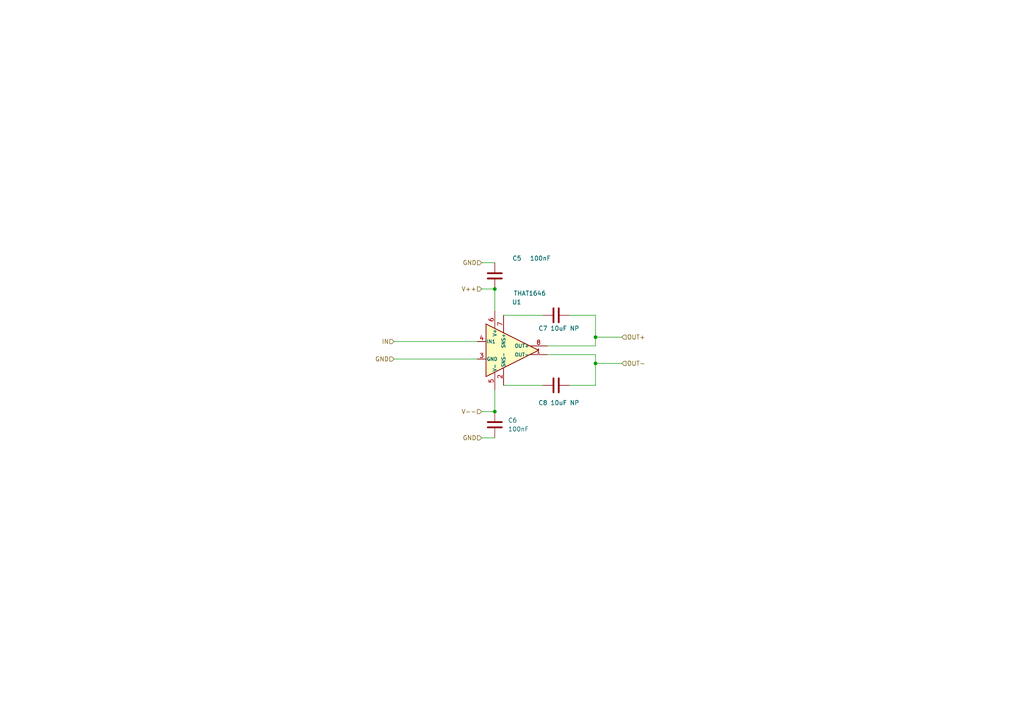
<source format=kicad_sch>
(kicad_sch (version 20211123) (generator eeschema)
  (paper "A4")
  (lib_symbols
    (symbol "Device:C" (pin_numbers hide) (pin_names (offset 0.254))
      (property "Reference" "C" (at 0.635 2.54 0))
      (property "Value" "C" (at 0.635 -2.54 0))
      (symbol "C_0_1"
        (polyline (pts (xy -2.032 -0.762) (xy 2.032 -0.762)) (stroke (width 0.508)))
        (polyline (pts (xy -2.032 0.762) (xy 2.032 0.762)) (stroke (width 0.508)))
      )
      (symbol "C_1_1"
        (pin passive line (at 0 3.81 270) (length 2.794) (name "~") (number "1"))
        (pin passive line (at 0 -3.81 90) (length 2.794) (name "~") (number "2"))
      )
    )
    (symbol "nedko:THAT1646" (pin_names (offset 0.127))
      (property "Reference" "U" (at -21.59 16.51 0))
      (property "Value" "THAT1646" (at -17.78 13.97 0))
      (symbol "THAT1646_0_1"
        (polyline (pts (xy -7.62 7.62) (xy -7.62 -7.62) (xy 7.62 0) (xy -7.62 7.62)) (stroke (width 0.254)) (fill (type background)))
      )
      (symbol "THAT1646_1_1"
        (pin output line (at 10.16 -1.27 180) (length 5.08) (name "OUT-") (number "1"))
        (pin input line (at -2.54 -10.16 90) (length 5.08) (name "SNS-") (number "2"))
        (pin input line (at -10.16 -2.54 0) (length 2.54) (name "GND") (number "3"))
        (pin input line (at -10.16 2.54 0) (length 2.54) (name "IN1") (number "4"))
        (pin power_in line (at -5.08 -11.43 90) (length 5.08) (name "V-") (number "5"))
        (pin power_in line (at -5.08 11.43 270) (length 5.08) (name "V+") (number "6"))
        (pin input line (at -2.54 10.16 270) (length 5.08) (name "SNS+") (number "7"))
        (pin output line (at 10.16 1.27 180) (length 5.08) (name "OUT+") (number "8"))
      )
      (symbol "THAT1646_1_2"
        (pin output line (at 10.16 -1.27 180) (length 5.08) (name "OUT-") (number "1"))
        (pin passive line (at -31.75 15.24 90) (length 5.08) hide (name "V-") (number "17"))
        (pin input line (at -2.54 -10.16 90) (length 5.08) (name "SNS-") (number "2"))
        (pin input line (at -10.16 -2.54 0) (length 2.54) (name "GND") (number "3"))
        (pin input line (at -10.16 2.54 0) (length 2.54) (name "IN1") (number "4"))
        (pin power_in line (at -5.08 -11.43 90) (length 5.08) (name "V-") (number "5"))
        (pin power_in line (at -5.08 11.43 270) (length 5.08) (name "V+") (number "6"))
        (pin input line (at -2.54 10.16 270) (length 5.08) (name "SNS+") (number "7"))
        (pin output line (at 10.16 1.27 180) (length 5.08) (name "OUT+") (number "8"))
      )
    )
  )
  (junction (at 172.72 105.41))
  (junction (at 172.72 97.79))
  (junction (at 143.51 83.82))
  (junction (at 143.51 119.38))
  (wire (pts (xy 143.51 113.03) (xy 143.51 119.38)))
  (wire (pts (xy 172.72 91.44) (xy 172.72 97.79)))
  (wire (pts (xy 139.7 119.38) (xy 143.51 119.38)))
  (wire (pts (xy 172.72 97.79) (xy 180.34 97.79)))
  (wire (pts (xy 158.75 100.33) (xy 172.72 100.33)))
  (wire (pts (xy 165.1 91.44) (xy 172.72 91.44)))
  (wire (pts (xy 158.75 102.87) (xy 172.72 102.87)))
  (wire (pts (xy 143.51 83.82) (xy 143.51 90.17)))
  (wire (pts (xy 172.72 111.76) (xy 165.1 111.76)))
  (wire (pts (xy 139.7 127) (xy 143.51 127)))
  (wire (pts (xy 172.72 105.41) (xy 172.72 111.76)))
  (wire (pts (xy 114.3 99.06) (xy 138.43 99.06)))
  (wire (pts (xy 157.48 111.76) (xy 146.05 111.76)))
  (wire (pts (xy 146.05 91.44) (xy 157.48 91.44)))
  (wire (pts (xy 172.72 102.87) (xy 172.72 105.41)))
  (wire (pts (xy 172.72 97.79) (xy 172.72 100.33)))
  (wire (pts (xy 172.72 105.41) (xy 180.34 105.41)))
  (wire (pts (xy 139.7 83.82) (xy 143.51 83.82)))
  (wire (pts (xy 139.7 76.2) (xy 143.51 76.2)))
  (wire (pts (xy 114.3 104.14) (xy 138.43 104.14)))
  (hierarchical_label "OUT+" (shape input) (at 180.34 97.79 0))
  (hierarchical_label "V++" (shape input) (at 139.7 83.82 180))
  (hierarchical_label "OUT-" (shape input) (at 180.34 105.41 0))
  (hierarchical_label "IN" (shape input) (at 114.3 99.06 180))
  (hierarchical_label "V--" (shape input) (at 139.7 119.38 180))
  (hierarchical_label "GND" (shape input) (at 114.3 104.14 180))
  (hierarchical_label "GND" (shape input) (at 139.7 76.2 180))
  (hierarchical_label "GND" (shape input) (at 139.7 127 180))
  (symbol (lib_id "Device:C") (at 161.29 111.76 90) (unit 1)
    (property "Reference" "C8" (at 157.48 116.84 90))
    (property "Value" "10uF NP" (at 163.83 116.84 90))
    (property "Footprint" "Capacitor_THT:C_Radial_D6.3mm_H11.0mm_P2.50mm" (effects hide))
  )
  (symbol (lib_id "nedko:THAT1646") (at 148.59 101.6 0) (unit 1)
    (property "Reference" "U1" (at 149.86 87.63 0))
    (property "Value" "THAT1646" (at 153.67 85.09 0))
    (property "Footprint" "Package_DIP:DIP-8_W7.62mm_Socket_LongPads" (effects hide))
    (property "Datasheet" "https://thatcorp.com/datashts/THAT_1606-1646_Datasheet.pdf" (effects hide))
  )
  (symbol (lib_id "Device:C") (at 143.51 123.19 0) (unit 1)
    (property "Reference" "C6" (at 147.32 121.9199 0) (effects (justify left)))
    (property "Value" "100nF" (at 147.32 124.4599 0) (effects (justify left)))
    (property "Footprint" "Capacitor_THT:C_Rect_L7.0mm_W4.5mm_P5.00mm" (effects hide))
  )
  (symbol (lib_id "Device:C") (at 161.29 91.44 90) (unit 1)
    (property "Reference" "C7" (at 157.48 95.25 90))
    (property "Value" "10uF NP" (at 163.83 95.25 90))
    (property "Footprint" "Capacitor_THT:C_Radial_D6.3mm_H11.0mm_P2.50mm" (effects hide))
  )
  (symbol (lib_id "Device:C") (at 143.51 80.01 0) (unit 1)
    (property "Reference" "C5" (at 148.59 74.93 0) (effects (justify left)))
    (property "Value" "100nF" (at 153.67 74.93 0) (effects (justify left)))
    (property "Footprint" "Capacitor_THT:C_Rect_L7.0mm_W4.5mm_P5.00mm" (effects hide))
  )
)
</source>
